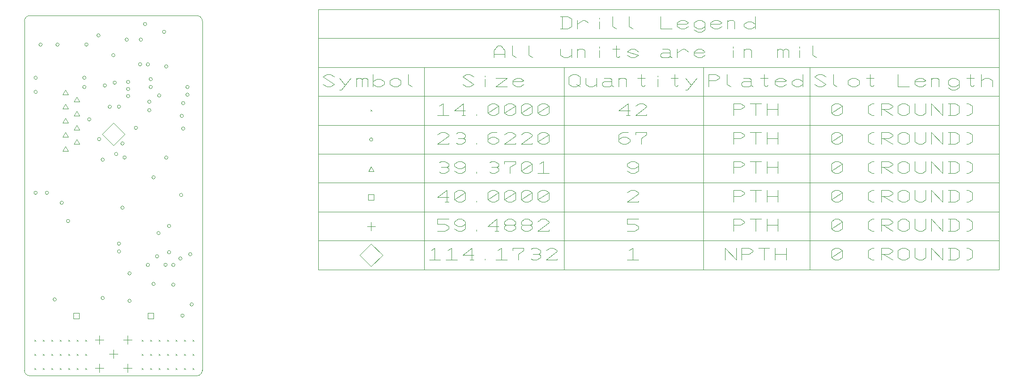
<source format=gbr>
G04 Generated by Ultiboard 14.0 *
%FSLAX24Y24*%
%MOIN*%

%ADD10C,0.0001*%
%ADD11C,0.0039*%
%ADD12C,0.0004*%
%ADD13C,0.0001*%


G04 ColorRGB 000000 for the following layer *
%LNDrill Symbols-Copper Top-Copper Bottom*%
%LPD*%
G54D11*
X-22341Y8450D02*
X-21746Y8450D01*
X-22044Y8153D02*
X-22044Y8747D01*
X-21341Y9450D02*
X-20746Y9450D01*
X-21044Y9153D02*
X-21044Y9747D01*
X-23341Y9450D02*
X-22746Y9450D01*
X-23044Y9153D02*
X-23044Y9747D01*
X-21044Y7153D02*
X-21044Y7747D01*
X-21341Y7450D02*
X-20746Y7450D01*
X-23341Y7450D02*
X-22746Y7450D01*
X-23044Y7153D02*
X-23044Y7747D01*
X-24868Y10950D02*
X-24468Y10950D01*
X-24468Y11350D01*
X-24868Y11350D01*
X-24868Y10950D01*
X-19618Y10950D02*
X-19218Y10950D01*
X-19218Y11350D01*
X-19618Y11350D01*
X-19618Y10950D01*
X-22043Y23193D02*
X-21236Y24000D01*
X-22043Y24807D01*
X-22851Y24000D01*
X-22043Y23193D01*
X-25634Y26803D02*
X-25241Y26803D01*
X-25437Y27139D01*
X-25634Y26803D01*
X-25634Y25803D02*
X-25241Y25803D01*
X-25437Y26139D01*
X-25634Y25803D01*
X-25634Y24803D02*
X-25241Y24803D01*
X-25437Y25139D01*
X-25634Y24803D01*
X-25634Y23803D02*
X-25241Y23803D01*
X-25437Y24139D01*
X-25634Y23803D01*
X-25634Y22803D02*
X-25241Y22803D01*
X-25437Y23139D01*
X-25634Y22803D01*
X-24847Y26303D02*
X-24453Y26303D01*
X-24650Y26639D01*
X-24847Y26303D01*
X-24847Y25303D02*
X-24453Y25303D01*
X-24650Y25639D01*
X-24847Y25303D01*
X-24847Y24303D02*
X-24453Y24303D01*
X-24650Y24639D01*
X-24847Y24303D01*
X-24847Y23303D02*
X-24453Y23303D01*
X-24650Y23639D01*
X-24847Y23303D01*
X-3789Y14631D02*
X-2982Y15438D01*
X-3789Y16245D01*
X-4596Y15438D01*
X-3789Y14631D01*
X450Y15775D02*
X712Y15944D01*
X712Y15100D01*
X319Y15100D02*
X1106Y15100D01*
X1631Y15775D02*
X1893Y15944D01*
X1893Y15100D01*
X1500Y15100D02*
X2287Y15100D01*
X3468Y15438D02*
X2681Y15438D01*
X3337Y15944D01*
X3337Y15100D01*
X3206Y15100D02*
X3468Y15100D01*
X4256Y15100D02*
X4256Y15185D01*
X5174Y15775D02*
X5437Y15944D01*
X5437Y15100D01*
X5043Y15100D02*
X5830Y15100D01*
X6618Y15100D02*
X6618Y15522D01*
X7011Y15775D01*
X7011Y15944D01*
X6224Y15944D01*
X6224Y15775D01*
X7536Y15860D02*
X7668Y15944D01*
X7930Y15944D01*
X8193Y15775D01*
X8193Y15607D01*
X8061Y15522D01*
X8193Y15438D01*
X8193Y15269D01*
X7930Y15100D01*
X7668Y15100D01*
X7536Y15185D01*
X7668Y15522D02*
X8061Y15522D01*
X8586Y15775D02*
X8849Y15944D01*
X9111Y15944D01*
X9374Y15775D01*
X9374Y15691D01*
X8586Y15100D01*
X9374Y15100D01*
X9374Y15185D01*
X14466Y15775D02*
X14728Y15944D01*
X14728Y15100D01*
X14334Y15100D02*
X15122Y15100D01*
X21263Y15100D02*
X21263Y15944D01*
X22051Y15100D01*
X22051Y15944D01*
X22445Y15100D02*
X22445Y15944D01*
X22969Y15944D01*
X23232Y15775D01*
X23232Y15691D01*
X22969Y15522D01*
X22445Y15522D01*
X24019Y15100D02*
X24019Y15944D01*
X23626Y15944D02*
X24413Y15944D01*
X24807Y15100D02*
X24807Y15944D01*
X25594Y15100D02*
X25594Y15944D01*
X24807Y15522D02*
X25594Y15522D01*
X28783Y15775D02*
X29046Y15944D01*
X29308Y15944D01*
X29571Y15775D01*
X29571Y15269D01*
X29308Y15100D01*
X29046Y15100D01*
X28783Y15269D01*
X28783Y15775D01*
X29571Y15775D02*
X28783Y15269D01*
X31802Y15100D02*
X31670Y15100D01*
X31408Y15269D01*
X31408Y15775D01*
X31670Y15944D01*
X31802Y15944D01*
X32326Y15100D02*
X32326Y15944D01*
X32851Y15944D01*
X33114Y15775D01*
X33114Y15691D01*
X32851Y15522D01*
X32326Y15522D01*
X32458Y15522D02*
X33114Y15100D01*
X33508Y15269D02*
X33770Y15100D01*
X34032Y15100D01*
X34295Y15269D01*
X34295Y15775D01*
X34032Y15944D01*
X33770Y15944D01*
X33508Y15775D01*
X33508Y15269D01*
X34689Y15944D02*
X34689Y15269D01*
X34951Y15100D01*
X35214Y15100D01*
X35476Y15269D01*
X35476Y15944D01*
X35870Y15100D02*
X35870Y15944D01*
X36657Y15100D01*
X36657Y15944D01*
X37051Y15100D02*
X37576Y15100D01*
X37838Y15269D01*
X37838Y15775D01*
X37576Y15944D01*
X37051Y15944D01*
X37182Y15944D02*
X37182Y15100D01*
X38363Y15944D02*
X38494Y15944D01*
X38757Y15775D01*
X38757Y15269D01*
X38494Y15100D01*
X38363Y15100D01*
X-3789Y17188D02*
X-3789Y17783D01*
X-4086Y17486D02*
X-3492Y17486D01*
X1697Y17992D02*
X909Y17992D01*
X909Y17654D01*
X1434Y17654D01*
X1697Y17486D01*
X1697Y17317D01*
X1434Y17148D01*
X909Y17148D01*
X2090Y17317D02*
X2353Y17148D01*
X2615Y17148D01*
X2878Y17317D01*
X2878Y17654D01*
X2878Y17823D01*
X2615Y17992D01*
X2353Y17992D01*
X2090Y17823D01*
X2090Y17654D01*
X2353Y17486D01*
X2615Y17486D01*
X2878Y17654D01*
X3665Y17148D02*
X3665Y17232D01*
X5240Y17486D02*
X4452Y17486D01*
X5109Y17992D01*
X5109Y17148D01*
X4977Y17148D02*
X5240Y17148D01*
X6158Y17148D02*
X5896Y17148D01*
X5634Y17317D01*
X5634Y17486D01*
X5765Y17570D01*
X5634Y17654D01*
X5634Y17823D01*
X5896Y17992D01*
X6158Y17992D01*
X6421Y17823D01*
X6421Y17654D01*
X6290Y17570D01*
X6421Y17486D01*
X6421Y17317D01*
X6158Y17148D01*
X5765Y17570D02*
X6290Y17570D01*
X7340Y17148D02*
X7077Y17148D01*
X6815Y17317D01*
X6815Y17486D01*
X6946Y17570D01*
X6815Y17654D01*
X6815Y17823D01*
X7077Y17992D01*
X7340Y17992D01*
X7602Y17823D01*
X7602Y17654D01*
X7471Y17570D01*
X7602Y17486D01*
X7602Y17317D01*
X7340Y17148D01*
X6946Y17570D02*
X7471Y17570D01*
X7996Y17823D02*
X8258Y17992D01*
X8521Y17992D01*
X8783Y17823D01*
X8783Y17739D01*
X7996Y17148D01*
X8783Y17148D01*
X8783Y17232D01*
X15122Y17992D02*
X14334Y17992D01*
X14334Y17654D01*
X14859Y17654D01*
X15122Y17486D01*
X15122Y17317D01*
X14859Y17148D01*
X14334Y17148D01*
X21854Y17148D02*
X21854Y17992D01*
X22379Y17992D01*
X22641Y17823D01*
X22641Y17739D01*
X22379Y17570D01*
X21854Y17570D01*
X23429Y17148D02*
X23429Y17992D01*
X23035Y17992D02*
X23823Y17992D01*
X24216Y17148D02*
X24216Y17992D01*
X25004Y17148D02*
X25004Y17992D01*
X24216Y17570D02*
X25004Y17570D01*
X28783Y17823D02*
X29046Y17992D01*
X29308Y17992D01*
X29571Y17823D01*
X29571Y17317D01*
X29308Y17148D01*
X29046Y17148D01*
X28783Y17317D01*
X28783Y17823D01*
X29571Y17823D02*
X28783Y17317D01*
X31802Y17148D02*
X31670Y17148D01*
X31408Y17317D01*
X31408Y17823D01*
X31670Y17992D01*
X31802Y17992D01*
X32326Y17148D02*
X32326Y17992D01*
X32851Y17992D01*
X33114Y17823D01*
X33114Y17739D01*
X32851Y17570D01*
X32326Y17570D01*
X32458Y17570D02*
X33114Y17148D01*
X33508Y17317D02*
X33770Y17148D01*
X34032Y17148D01*
X34295Y17317D01*
X34295Y17823D01*
X34032Y17992D01*
X33770Y17992D01*
X33508Y17823D01*
X33508Y17317D01*
X34689Y17992D02*
X34689Y17317D01*
X34951Y17148D01*
X35214Y17148D01*
X35476Y17317D01*
X35476Y17992D01*
X35870Y17148D02*
X35870Y17992D01*
X36657Y17148D01*
X36657Y17992D01*
X37051Y17148D02*
X37576Y17148D01*
X37838Y17317D01*
X37838Y17823D01*
X37576Y17992D01*
X37051Y17992D01*
X37182Y17992D02*
X37182Y17148D01*
X38363Y17992D02*
X38494Y17992D01*
X38757Y17823D01*
X38757Y17317D01*
X38494Y17148D01*
X38363Y17148D01*
X-3989Y19333D02*
X-3589Y19333D01*
X-3589Y19733D01*
X-3989Y19733D01*
X-3989Y19333D01*
X1697Y19533D02*
X909Y19533D01*
X1565Y20039D01*
X1565Y19196D01*
X1434Y19196D02*
X1697Y19196D01*
X2090Y19871D02*
X2353Y20039D01*
X2615Y20039D01*
X2878Y19871D01*
X2878Y19365D01*
X2615Y19196D01*
X2353Y19196D01*
X2090Y19365D01*
X2090Y19871D01*
X2878Y19871D02*
X2090Y19365D01*
X3665Y19196D02*
X3665Y19280D01*
X4452Y19871D02*
X4715Y20039D01*
X4977Y20039D01*
X5240Y19871D01*
X5240Y19365D01*
X4977Y19196D01*
X4715Y19196D01*
X4452Y19365D01*
X4452Y19871D01*
X5240Y19871D02*
X4452Y19365D01*
X5634Y19871D02*
X5896Y20039D01*
X6158Y20039D01*
X6421Y19871D01*
X6421Y19365D01*
X6158Y19196D01*
X5896Y19196D01*
X5634Y19365D01*
X5634Y19871D01*
X6421Y19871D02*
X5634Y19365D01*
X6815Y19871D02*
X7077Y20039D01*
X7340Y20039D01*
X7602Y19871D01*
X7602Y19365D01*
X7340Y19196D01*
X7077Y19196D01*
X6815Y19365D01*
X6815Y19871D01*
X7602Y19871D02*
X6815Y19365D01*
X7996Y19871D02*
X8258Y20039D01*
X8521Y20039D01*
X8783Y19871D01*
X8783Y19365D01*
X8521Y19196D01*
X8258Y19196D01*
X7996Y19365D01*
X7996Y19871D01*
X8783Y19871D02*
X7996Y19365D01*
X14334Y19871D02*
X14597Y20039D01*
X14859Y20039D01*
X15122Y19871D01*
X15122Y19786D01*
X14334Y19196D01*
X15122Y19196D01*
X15122Y19280D01*
X21854Y19196D02*
X21854Y20039D01*
X22379Y20039D01*
X22641Y19871D01*
X22641Y19786D01*
X22379Y19618D01*
X21854Y19618D01*
X23429Y19196D02*
X23429Y20039D01*
X23035Y20039D02*
X23823Y20039D01*
X24216Y19196D02*
X24216Y20039D01*
X25004Y19196D02*
X25004Y20039D01*
X24216Y19618D02*
X25004Y19618D01*
X28783Y19871D02*
X29046Y20039D01*
X29308Y20039D01*
X29571Y19871D01*
X29571Y19365D01*
X29308Y19196D01*
X29046Y19196D01*
X28783Y19365D01*
X28783Y19871D01*
X29571Y19871D02*
X28783Y19365D01*
X31802Y19196D02*
X31670Y19196D01*
X31408Y19365D01*
X31408Y19871D01*
X31670Y20039D01*
X31802Y20039D01*
X32326Y19196D02*
X32326Y20039D01*
X32851Y20039D01*
X33114Y19871D01*
X33114Y19786D01*
X32851Y19618D01*
X32326Y19618D01*
X32458Y19618D02*
X33114Y19196D01*
X33508Y19365D02*
X33770Y19196D01*
X34032Y19196D01*
X34295Y19365D01*
X34295Y19871D01*
X34032Y20039D01*
X33770Y20039D01*
X33508Y19871D01*
X33508Y19365D01*
X34689Y20039D02*
X34689Y19365D01*
X34951Y19196D01*
X35214Y19196D01*
X35476Y19365D01*
X35476Y20039D01*
X35870Y19196D02*
X35870Y20039D01*
X36657Y19196D01*
X36657Y20039D01*
X37051Y19196D02*
X37576Y19196D01*
X37838Y19365D01*
X37838Y19871D01*
X37576Y20039D01*
X37051Y20039D01*
X37182Y20039D02*
X37182Y19196D01*
X38363Y20039D02*
X38494Y20039D01*
X38757Y19871D01*
X38757Y19365D01*
X38494Y19196D01*
X38363Y19196D01*
X1040Y22003D02*
X1172Y22087D01*
X1434Y22087D01*
X1697Y21918D01*
X1697Y21750D01*
X1565Y21665D01*
X1697Y21581D01*
X1697Y21412D01*
X1434Y21244D01*
X1172Y21244D01*
X1040Y21328D01*
X1172Y21665D02*
X1565Y21665D01*
X2090Y21412D02*
X2353Y21244D01*
X2615Y21244D01*
X2878Y21412D01*
X2878Y21750D01*
X2878Y21918D01*
X2615Y22087D01*
X2353Y22087D01*
X2090Y21918D01*
X2090Y21750D01*
X2353Y21581D01*
X2615Y21581D01*
X2878Y21750D01*
X3665Y21244D02*
X3665Y21328D01*
X4584Y22003D02*
X4715Y22087D01*
X4977Y22087D01*
X5240Y21918D01*
X5240Y21750D01*
X5109Y21665D01*
X5240Y21581D01*
X5240Y21412D01*
X4977Y21244D01*
X4715Y21244D01*
X4584Y21328D01*
X4715Y21665D02*
X5109Y21665D01*
X6027Y21244D02*
X6027Y21665D01*
X6421Y21918D01*
X6421Y22087D01*
X5634Y22087D01*
X5634Y21918D01*
X6815Y21918D02*
X7077Y22087D01*
X7340Y22087D01*
X7602Y21918D01*
X7602Y21412D01*
X7340Y21244D01*
X7077Y21244D01*
X6815Y21412D01*
X6815Y21918D01*
X7602Y21918D02*
X6815Y21412D01*
X8127Y21918D02*
X8389Y22087D01*
X8389Y21244D01*
X7996Y21244D02*
X8783Y21244D01*
X14334Y21412D02*
X14597Y21244D01*
X14859Y21244D01*
X15122Y21412D01*
X15122Y21750D01*
X15122Y21918D01*
X14859Y22087D01*
X14597Y22087D01*
X14334Y21918D01*
X14334Y21750D01*
X14597Y21581D01*
X14859Y21581D01*
X15122Y21750D01*
X21854Y21244D02*
X21854Y22087D01*
X22379Y22087D01*
X22641Y21918D01*
X22641Y21834D01*
X22379Y21665D01*
X21854Y21665D01*
X23429Y21244D02*
X23429Y22087D01*
X23035Y22087D02*
X23823Y22087D01*
X24216Y21244D02*
X24216Y22087D01*
X25004Y21244D02*
X25004Y22087D01*
X24216Y21665D02*
X25004Y21665D01*
X28783Y21918D02*
X29046Y22087D01*
X29308Y22087D01*
X29571Y21918D01*
X29571Y21412D01*
X29308Y21244D01*
X29046Y21244D01*
X28783Y21412D01*
X28783Y21918D01*
X29571Y21918D02*
X28783Y21412D01*
X31802Y21244D02*
X31670Y21244D01*
X31408Y21412D01*
X31408Y21918D01*
X31670Y22087D01*
X31802Y22087D01*
X32326Y21244D02*
X32326Y22087D01*
X32851Y22087D01*
X33114Y21918D01*
X33114Y21834D01*
X32851Y21665D01*
X32326Y21665D01*
X32458Y21665D02*
X33114Y21244D01*
X33508Y21412D02*
X33770Y21244D01*
X34032Y21244D01*
X34295Y21412D01*
X34295Y21918D01*
X34032Y22087D01*
X33770Y22087D01*
X33508Y21918D01*
X33508Y21412D01*
X34689Y22087D02*
X34689Y21412D01*
X34951Y21244D01*
X35214Y21244D01*
X35476Y21412D01*
X35476Y22087D01*
X35870Y21244D02*
X35870Y22087D01*
X36657Y21244D01*
X36657Y22087D01*
X37051Y21244D02*
X37576Y21244D01*
X37838Y21412D01*
X37838Y21918D01*
X37576Y22087D01*
X37051Y22087D01*
X37182Y22087D02*
X37182Y21244D01*
X38363Y22087D02*
X38494Y22087D01*
X38757Y21918D01*
X38757Y21412D01*
X38494Y21244D01*
X38363Y21244D01*
X-3986Y21384D02*
X-3592Y21384D01*
X-3789Y21720D01*
X-3986Y21384D01*
X909Y23966D02*
X1172Y24135D01*
X1434Y24135D01*
X1697Y23966D01*
X1697Y23882D01*
X909Y23291D01*
X1697Y23291D01*
X1697Y23376D01*
X2221Y24051D02*
X2353Y24135D01*
X2615Y24135D01*
X2878Y23966D01*
X2878Y23797D01*
X2746Y23713D01*
X2878Y23629D01*
X2878Y23460D01*
X2615Y23291D01*
X2353Y23291D01*
X2221Y23376D01*
X2353Y23713D02*
X2746Y23713D01*
X3665Y23291D02*
X3665Y23376D01*
X5109Y24135D02*
X4715Y24135D01*
X4452Y23966D01*
X4452Y23629D01*
X4452Y23460D01*
X4715Y23291D01*
X4977Y23291D01*
X5240Y23460D01*
X5240Y23629D01*
X4977Y23797D01*
X4715Y23797D01*
X4452Y23629D01*
X5634Y23966D02*
X5896Y24135D01*
X6158Y24135D01*
X6421Y23966D01*
X6421Y23882D01*
X5634Y23291D01*
X6421Y23291D01*
X6421Y23376D01*
X6815Y23966D02*
X7077Y24135D01*
X7340Y24135D01*
X7602Y23966D01*
X7602Y23882D01*
X6815Y23291D01*
X7602Y23291D01*
X7602Y23376D01*
X7996Y23966D02*
X8258Y24135D01*
X8521Y24135D01*
X8783Y23966D01*
X8783Y23460D01*
X8521Y23291D01*
X8258Y23291D01*
X7996Y23460D01*
X7996Y23966D01*
X8783Y23966D02*
X7996Y23460D01*
X14400Y24135D02*
X14006Y24135D01*
X13744Y23966D01*
X13744Y23629D01*
X13744Y23460D01*
X14006Y23291D01*
X14269Y23291D01*
X14531Y23460D01*
X14531Y23629D01*
X14269Y23797D01*
X14006Y23797D01*
X13744Y23629D01*
X15319Y23291D02*
X15319Y23713D01*
X15712Y23966D01*
X15712Y24135D01*
X14925Y24135D01*
X14925Y23966D01*
X21854Y23291D02*
X21854Y24135D01*
X22379Y24135D01*
X22641Y23966D01*
X22641Y23882D01*
X22379Y23713D01*
X21854Y23713D01*
X23429Y23291D02*
X23429Y24135D01*
X23035Y24135D02*
X23823Y24135D01*
X24216Y23291D02*
X24216Y24135D01*
X25004Y23291D02*
X25004Y24135D01*
X24216Y23713D02*
X25004Y23713D01*
X28783Y23966D02*
X29046Y24135D01*
X29308Y24135D01*
X29571Y23966D01*
X29571Y23460D01*
X29308Y23291D01*
X29046Y23291D01*
X28783Y23460D01*
X28783Y23966D01*
X29571Y23966D02*
X28783Y23460D01*
X31802Y23291D02*
X31670Y23291D01*
X31408Y23460D01*
X31408Y23966D01*
X31670Y24135D01*
X31802Y24135D01*
X32326Y23291D02*
X32326Y24135D01*
X32851Y24135D01*
X33114Y23966D01*
X33114Y23882D01*
X32851Y23713D01*
X32326Y23713D01*
X32458Y23713D02*
X33114Y23291D01*
X33508Y23460D02*
X33770Y23291D01*
X34032Y23291D01*
X34295Y23460D01*
X34295Y23966D01*
X34032Y24135D01*
X33770Y24135D01*
X33508Y23966D01*
X33508Y23460D01*
X34689Y24135D02*
X34689Y23460D01*
X34951Y23291D01*
X35214Y23291D01*
X35476Y23460D01*
X35476Y24135D01*
X35870Y23291D02*
X35870Y24135D01*
X36657Y23291D01*
X36657Y24135D01*
X37051Y23291D02*
X37576Y23291D01*
X37838Y23460D01*
X37838Y23966D01*
X37576Y24135D01*
X37051Y24135D01*
X37182Y24135D02*
X37182Y23291D01*
X38363Y24135D02*
X38494Y24135D01*
X38757Y23966D01*
X38757Y23460D01*
X38494Y23291D01*
X38363Y23291D01*
X1040Y26014D02*
X1303Y26183D01*
X1303Y25339D01*
X909Y25339D02*
X1697Y25339D01*
X2878Y25676D02*
X2090Y25676D01*
X2746Y26183D01*
X2746Y25339D01*
X2615Y25339D02*
X2878Y25339D01*
X3665Y25339D02*
X3665Y25423D01*
X4452Y26014D02*
X4715Y26183D01*
X4977Y26183D01*
X5240Y26014D01*
X5240Y25508D01*
X4977Y25339D01*
X4715Y25339D01*
X4452Y25508D01*
X4452Y26014D01*
X5240Y26014D02*
X4452Y25508D01*
X5634Y26014D02*
X5896Y26183D01*
X6158Y26183D01*
X6421Y26014D01*
X6421Y25508D01*
X6158Y25339D01*
X5896Y25339D01*
X5634Y25508D01*
X5634Y26014D01*
X6421Y26014D02*
X5634Y25508D01*
X6815Y26014D02*
X7077Y26183D01*
X7340Y26183D01*
X7602Y26014D01*
X7602Y25508D01*
X7340Y25339D01*
X7077Y25339D01*
X6815Y25508D01*
X6815Y26014D01*
X7602Y26014D02*
X6815Y25508D01*
X7996Y26014D02*
X8258Y26183D01*
X8521Y26183D01*
X8783Y26014D01*
X8783Y25508D01*
X8521Y25339D01*
X8258Y25339D01*
X7996Y25508D01*
X7996Y26014D01*
X8783Y26014D02*
X7996Y25508D01*
X14531Y25676D02*
X13744Y25676D01*
X14400Y26183D01*
X14400Y25339D01*
X14269Y25339D02*
X14531Y25339D01*
X14925Y26014D02*
X15187Y26183D01*
X15450Y26183D01*
X15712Y26014D01*
X15712Y25930D01*
X14925Y25339D01*
X15712Y25339D01*
X15712Y25423D01*
X21854Y25339D02*
X21854Y26183D01*
X22379Y26183D01*
X22641Y26014D01*
X22641Y25930D01*
X22379Y25761D01*
X21854Y25761D01*
X23429Y25339D02*
X23429Y26183D01*
X23035Y26183D02*
X23823Y26183D01*
X24216Y25339D02*
X24216Y26183D01*
X25004Y25339D02*
X25004Y26183D01*
X24216Y25761D02*
X25004Y25761D01*
X28783Y26014D02*
X29046Y26183D01*
X29308Y26183D01*
X29571Y26014D01*
X29571Y25508D01*
X29308Y25339D01*
X29046Y25339D01*
X28783Y25508D01*
X28783Y26014D01*
X29571Y26014D02*
X28783Y25508D01*
X31802Y25339D02*
X31670Y25339D01*
X31408Y25508D01*
X31408Y26014D01*
X31670Y26183D01*
X31802Y26183D01*
X32326Y25339D02*
X32326Y26183D01*
X32851Y26183D01*
X33114Y26014D01*
X33114Y25930D01*
X32851Y25761D01*
X32326Y25761D01*
X32458Y25761D02*
X33114Y25339D01*
X33508Y25508D02*
X33770Y25339D01*
X34032Y25339D01*
X34295Y25508D01*
X34295Y26014D01*
X34032Y26183D01*
X33770Y26183D01*
X33508Y26014D01*
X33508Y25508D01*
X34689Y26183D02*
X34689Y25508D01*
X34951Y25339D01*
X35214Y25339D01*
X35476Y25508D01*
X35476Y26183D01*
X35870Y25339D02*
X35870Y26183D01*
X36657Y25339D01*
X36657Y26183D01*
X37051Y25339D02*
X37576Y25339D01*
X37838Y25508D01*
X37838Y26014D01*
X37576Y26183D01*
X37051Y26183D01*
X37182Y26183D02*
X37182Y25339D01*
X38363Y26183D02*
X38494Y26183D01*
X38757Y26014D01*
X38757Y25508D01*
X38494Y25339D01*
X38363Y25339D01*
G54D12*
X-18249Y7449D02*
X-18151Y7351D01*
X-18249Y7351D02*
X-18151Y7449D01*
X-18249Y8449D02*
X-18151Y8351D01*
X-18249Y8351D02*
X-18151Y8449D01*
X-20049Y9449D02*
X-19951Y9351D01*
X-20049Y9351D02*
X-19951Y9449D01*
X-19449Y9449D02*
X-19351Y9351D01*
X-19449Y9351D02*
X-19351Y9449D01*
X-18849Y9351D02*
X-18751Y9449D01*
X-18849Y9449D02*
X-18751Y9351D01*
X-18249Y9351D02*
X-18151Y9449D01*
X-18249Y9449D02*
X-18151Y9351D01*
X-17649Y9449D02*
X-17551Y9351D01*
X-17649Y9351D02*
X-17551Y9449D01*
X-17049Y9449D02*
X-16951Y9351D01*
X-17049Y9351D02*
X-16951Y9449D01*
X-16449Y9351D02*
X-16351Y9449D01*
X-16449Y9449D02*
X-16351Y9351D01*
X-20049Y8449D02*
X-19951Y8351D01*
X-20049Y8351D02*
X-19951Y8449D01*
X-19449Y8351D02*
X-19351Y8449D01*
X-19449Y8449D02*
X-19351Y8351D01*
X-18849Y8449D02*
X-18751Y8351D01*
X-18849Y8351D02*
X-18751Y8449D01*
X-17049Y8351D02*
X-16951Y8449D01*
X-17049Y8449D02*
X-16951Y8351D01*
X-17649Y8351D02*
X-17551Y8449D01*
X-17649Y8449D02*
X-17551Y8351D01*
X-16449Y8449D02*
X-16351Y8351D01*
X-16449Y8351D02*
X-16351Y8449D01*
X-20049Y7351D02*
X-19951Y7449D01*
X-20049Y7449D02*
X-19951Y7351D01*
X-19449Y7351D02*
X-19351Y7449D01*
X-19449Y7449D02*
X-19351Y7351D01*
X-18849Y7351D02*
X-18751Y7449D01*
X-18849Y7449D02*
X-18751Y7351D01*
X-16449Y7449D02*
X-16351Y7351D01*
X-16449Y7351D02*
X-16351Y7449D01*
X-17049Y7351D02*
X-16951Y7449D01*
X-17049Y7449D02*
X-16951Y7351D01*
X-17649Y7351D02*
X-17551Y7449D01*
X-17649Y7449D02*
X-17551Y7351D01*
X-24049Y7351D02*
X-23951Y7449D01*
X-24049Y7449D02*
X-23951Y7351D01*
X-24649Y7449D02*
X-24551Y7351D01*
X-24649Y7351D02*
X-24551Y7449D01*
X-25249Y7449D02*
X-25151Y7351D01*
X-25249Y7351D02*
X-25151Y7449D01*
X-25849Y7351D02*
X-25751Y7449D01*
X-25849Y7449D02*
X-25751Y7351D01*
X-26449Y7351D02*
X-26351Y7449D01*
X-26449Y7449D02*
X-26351Y7351D01*
X-27049Y7351D02*
X-26951Y7449D01*
X-27049Y7449D02*
X-26951Y7351D01*
X-27649Y7351D02*
X-27551Y7449D01*
X-27649Y7449D02*
X-27551Y7351D01*
X-24049Y8351D02*
X-23951Y8449D01*
X-24049Y8449D02*
X-23951Y8351D01*
X-24649Y8351D02*
X-24551Y8449D01*
X-24649Y8449D02*
X-24551Y8351D01*
X-24049Y9449D02*
X-23951Y9351D01*
X-24049Y9351D02*
X-23951Y9449D01*
X-24649Y9351D02*
X-24551Y9449D01*
X-24649Y9449D02*
X-24551Y9351D01*
X-25249Y9449D02*
X-25151Y9351D01*
X-25249Y9351D02*
X-25151Y9449D01*
X-27649Y9351D02*
X-27551Y9449D01*
X-27649Y9449D02*
X-27551Y9351D01*
X-27649Y8449D02*
X-27551Y8351D01*
X-27649Y8351D02*
X-27551Y8449D01*
X-25368Y17850D02*
G75*
D01*
G02X-25368Y17850I118J0*
G01*
X-25818Y19150D02*
G75*
D01*
G02X-25818Y19150I118J0*
G01*
X-21118Y27200D02*
G75*
D01*
G02X-21118Y27200I118J0*
G01*
X-21118Y27700D02*
G75*
D01*
G02X-21118Y27700I118J0*
G01*
X-24218Y27350D02*
G75*
D01*
G02X-24218Y27350I118J0*
G01*
X-25249Y8351D02*
X-25151Y8449D01*
X-25249Y8449D02*
X-25151Y8351D01*
X-25849Y8449D02*
X-25751Y8351D01*
X-25849Y8351D02*
X-25751Y8449D01*
X-26449Y8449D02*
X-26351Y8351D01*
X-26449Y8351D02*
X-26351Y8449D01*
X-27049Y8351D02*
X-26951Y8449D01*
X-27049Y8449D02*
X-26951Y8351D01*
X-27049Y9351D02*
X-26951Y9449D01*
X-27049Y9449D02*
X-26951Y9351D01*
X-26449Y9351D02*
X-26351Y9449D01*
X-26449Y9449D02*
X-26351Y9351D01*
X-25849Y9449D02*
X-25751Y9351D01*
X-25849Y9351D02*
X-25751Y9449D01*
X-19718Y14750D02*
G75*
D01*
G02X-19718Y14750I118J0*
G01*
X-22918Y22200D02*
G75*
D01*
G02X-22918Y22200I118J0*
G01*
X-18218Y17500D02*
G75*
D01*
G02X-18218Y17500I118J0*
G01*
X-21218Y30700D02*
G75*
D01*
G02X-21218Y30700I118J0*
G01*
X-20218Y30700D02*
G75*
D01*
G02X-20218Y30700I118J0*
G01*
X-17418Y15200D02*
G75*
D01*
G02X-17418Y15200I118J0*
G01*
X-17368Y19700D02*
G75*
D01*
G02X-17368Y19700I118J0*
G01*
X-26118Y30350D02*
G75*
D01*
G02X-26118Y30350I118J0*
G01*
X-27318Y30350D02*
G75*
D01*
G02X-27318Y30350I118J0*
G01*
X-27668Y28000D02*
G75*
D01*
G02X-27668Y28000I118J0*
G01*
X-27668Y27000D02*
G75*
D01*
G02X-27668Y27000I118J0*
G01*
X-22168Y29600D02*
G75*
D01*
G02X-22168Y29600I118J0*
G01*
X-23218Y31000D02*
G75*
D01*
G02X-23218Y31000I118J0*
G01*
X-24218Y28000D02*
G75*
D01*
G02X-24218Y28000I118J0*
G01*
X-17918Y14750D02*
G75*
D01*
G02X-17918Y14750I118J0*
G01*
X-18468Y14750D02*
G75*
D01*
G02X-18468Y14750I118J0*
G01*
X-22068Y27650D02*
G75*
D01*
G02X-22068Y27650I118J0*
G01*
X-22418Y25950D02*
G75*
D01*
G02X-22418Y25950I118J0*
G01*
X-21768Y25950D02*
G75*
D01*
G02X-21768Y25950I118J0*
G01*
X-17218Y24400D02*
G75*
D01*
G02X-17218Y24400I118J0*
G01*
X-18418Y22350D02*
G75*
D01*
G02X-18418Y22350I118J0*
G01*
X-19068Y15350D02*
G75*
D01*
G02X-19068Y15350I118J0*
G01*
X-16718Y15500D02*
G75*
D01*
G02X-16718Y15500I118J0*
G01*
X-23168Y23650D02*
G75*
D01*
G02X-23168Y23650I118J0*
G01*
X-27668Y19850D02*
G75*
D01*
G02X-27668Y19850I118J0*
G01*
X-21018Y12200D02*
G75*
D01*
G02X-21018Y12200I118J0*
G01*
X-21368Y22350D02*
G75*
D01*
G02X-21368Y22350I118J0*
G01*
X-19718Y28950D02*
G75*
D01*
G02X-19718Y28950I118J0*
G01*
X-24068Y30350D02*
G75*
D01*
G02X-24068Y30350I118J0*
G01*
X-23868Y25050D02*
G75*
D01*
G02X-23868Y25050I118J0*
G01*
X-18918Y26750D02*
G75*
D01*
G02X-18918Y26750I118J0*
G01*
X-19918Y31800D02*
G75*
D01*
G02X-19918Y31800I118J0*
G01*
X-18568Y31250D02*
G75*
D01*
G02X-18568Y31250I118J0*
G01*
X-26318Y12300D02*
G75*
D01*
G02X-26318Y12300I118J0*
G01*
X-22918Y12400D02*
G75*
D01*
G02X-22918Y12400I118J0*
G01*
X-16618Y11950D02*
G75*
D01*
G02X-16618Y11950I118J0*
G01*
X-17918Y13350D02*
G75*
D01*
G02X-17918Y13350I118J0*
G01*
X-21768Y16250D02*
G75*
D01*
G02X-21768Y16250I118J0*
G01*
X-19318Y13400D02*
G75*
D01*
G02X-19318Y13400I118J0*
G01*
X-17268Y11150D02*
G75*
D01*
G02X-17268Y11150I118J0*
G01*
X-21518Y23350D02*
G75*
D01*
G02X-21518Y23350I118J0*
G01*
X-21018Y14150D02*
G75*
D01*
G02X-21018Y14150I118J0*
G01*
X-19618Y25700D02*
G75*
D01*
G02X-19618Y25700I118J0*
G01*
X-18218Y15650D02*
G75*
D01*
G02X-18218Y15650I118J0*
G01*
X-20568Y24450D02*
G75*
D01*
G02X-20568Y24450I118J0*
G01*
X-19518Y27350D02*
G75*
D01*
G02X-19518Y27350I118J0*
G01*
X-16918Y27350D02*
G75*
D01*
G02X-16918Y27350I118J0*
G01*
X-19518Y27900D02*
G75*
D01*
G02X-19518Y27900I118J0*
G01*
X-18418Y28800D02*
G75*
D01*
G02X-18418Y28800I118J0*
G01*
X-21118Y26700D02*
G75*
D01*
G02X-21118Y26700I118J0*
G01*
X-20268Y28950D02*
G75*
D01*
G02X-20268Y28950I118J0*
G01*
X-17318Y25300D02*
G75*
D01*
G02X-17318Y25300I118J0*
G01*
X-18968Y17000D02*
G75*
D01*
G02X-18968Y17000I118J0*
G01*
X-19618Y26300D02*
G75*
D01*
G02X-19618Y26300I118J0*
G01*
X-22768Y27450D02*
G75*
D01*
G02X-22768Y27450I118J0*
G01*
X-26868Y19850D02*
G75*
D01*
G02X-26868Y19850I118J0*
G01*
X-21968Y22600D02*
G75*
D01*
G02X-21968Y22600I118J0*
G01*
X-19318Y20950D02*
G75*
D01*
G02X-19318Y20950I118J0*
G01*
X-16918Y26800D02*
G75*
D01*
G02X-16918Y26800I118J0*
G01*
X-21518Y18800D02*
G75*
D01*
G02X-21518Y18800I118J0*
G01*
X-21768Y15700D02*
G75*
D01*
G02X-21768Y15700I118J0*
G01*
X-17218Y26200D02*
G75*
D01*
G02X-17218Y26200I118J0*
G01*
X-3907Y23629D02*
G75*
D01*
G02X-3907Y23629I118J0*
G01*
X-3839Y25726D02*
X-3740Y25627D01*
X-3839Y25627D02*
X-3740Y25726D01*
G04 ColorRGB 00FFFF for the following layer *
%LNBoard Outline*%
%LPD*%
G54D10*
G54D13*
X-28343Y32008D02*
X-28343Y7283D01*
G75*
D01*
G03X-27949Y6890I394J1*
G01*
X-16138Y6890D01*
G75*
D01*
G03X-15745Y7283I0J393*
G01*
X-15745Y32008D01*
G74*
D01*
G03X-16138Y32401I393J0*
G01*
X-27949Y32401D01*
G75*
D01*
G03X-28343Y32008I-1J-393*
G01*
G04 ColorRGB 66FFCC for the following layer *
%LNLegend Description*%
%LPD*%
G54D11*
X-7549Y14414D02*
X40679Y14414D01*
X40679Y32844D01*
X-7549Y32844D01*
X-7549Y14414D01*
X-29Y28748D02*
X-29Y14414D01*
X9853Y28748D02*
X9853Y14414D01*
X19735Y28748D02*
X19735Y14414D01*
X27254Y28748D02*
X27254Y14414D01*
X40679Y28748D02*
X40679Y14414D01*
X-7549Y16462D02*
X40679Y16462D01*
X-7549Y18509D02*
X40679Y18509D01*
X-7549Y20557D02*
X40679Y20557D01*
X-7549Y22605D02*
X40679Y22605D01*
X-7549Y24653D02*
X40679Y24653D01*
X-7549Y26700D02*
X40679Y26700D01*
X-7201Y27555D02*
X-6939Y27387D01*
X-6676Y27387D01*
X-6414Y27555D01*
X-7201Y28062D01*
X-6939Y28230D01*
X-6676Y28230D01*
X-6414Y28062D01*
X-6020Y27134D02*
X-5889Y27134D01*
X-5233Y27977D01*
X-6020Y27977D02*
X-5626Y27471D01*
X-4839Y27387D02*
X-4839Y27893D01*
X-4839Y27977D01*
X-4839Y27893D02*
X-4708Y27977D01*
X-4576Y27977D01*
X-4445Y27893D01*
X-4314Y27977D01*
X-4183Y27977D01*
X-4052Y27893D01*
X-4052Y27387D01*
X-4445Y27893D02*
X-4445Y27387D01*
X-3658Y27555D02*
X-3395Y27387D01*
X-3133Y27387D01*
X-2870Y27555D01*
X-2870Y27724D01*
X-3133Y27893D01*
X-3395Y27893D01*
X-3658Y27724D01*
X-3658Y28230D02*
X-3658Y27387D01*
X-2477Y27555D02*
X-2214Y27387D01*
X-1952Y27387D01*
X-1689Y27555D01*
X-1689Y27809D01*
X-1952Y27977D01*
X-2214Y27977D01*
X-2477Y27809D01*
X-2477Y27555D01*
X-1164Y28230D02*
X-1164Y27555D01*
X-902Y27387D01*
X2681Y27555D02*
X2943Y27387D01*
X3206Y27387D01*
X3468Y27555D01*
X2681Y28062D01*
X2943Y28230D01*
X3206Y28230D01*
X3468Y28062D01*
X4256Y27387D02*
X4256Y27893D01*
X4256Y28062D02*
X4256Y28146D01*
X5043Y27977D02*
X5830Y27977D01*
X5043Y27387D01*
X5830Y27387D01*
X7011Y27555D02*
X6749Y27387D01*
X6487Y27387D01*
X6224Y27555D01*
X6224Y27809D01*
X6487Y27977D01*
X6749Y27977D01*
X7011Y27809D01*
X6880Y27724D01*
X6224Y27724D01*
X10200Y27555D02*
X10463Y27387D01*
X10725Y27387D01*
X10988Y27555D01*
X10988Y28062D01*
X10725Y28230D01*
X10463Y28230D01*
X10200Y28062D01*
X10200Y27555D01*
X10725Y27555D02*
X10988Y27387D01*
X11382Y27977D02*
X11382Y27555D01*
X11644Y27387D01*
X11906Y27387D01*
X12169Y27555D01*
X12169Y27977D01*
X12169Y27555D02*
X12169Y27387D01*
X12694Y27977D02*
X13088Y27977D01*
X13219Y27893D01*
X13219Y27471D01*
X13088Y27387D01*
X12694Y27387D01*
X12563Y27471D01*
X12563Y27640D01*
X12694Y27724D01*
X13219Y27724D01*
X13219Y27471D02*
X13350Y27387D01*
X13744Y27387D02*
X13744Y27893D01*
X13744Y27977D01*
X13744Y27893D02*
X13875Y27977D01*
X14137Y27977D01*
X14269Y27893D01*
X14269Y27387D01*
X15581Y27471D02*
X15450Y27387D01*
X15319Y27471D01*
X15319Y28230D01*
X15056Y27977D02*
X15581Y27977D01*
X16500Y27387D02*
X16500Y27893D01*
X16500Y28062D02*
X16500Y28146D01*
X17943Y27471D02*
X17812Y27387D01*
X17681Y27471D01*
X17681Y28230D01*
X17418Y27977D02*
X17943Y27977D01*
X18468Y27134D02*
X18599Y27134D01*
X19256Y27977D01*
X18468Y27977D02*
X18862Y27471D01*
X20082Y27387D02*
X20082Y28230D01*
X20607Y28230D01*
X20870Y28062D01*
X20870Y27977D01*
X20607Y27809D01*
X20082Y27809D01*
X21395Y28230D02*
X21395Y27555D01*
X21657Y27387D01*
X22576Y27977D02*
X22969Y27977D01*
X23101Y27893D01*
X23101Y27471D01*
X22969Y27387D01*
X22576Y27387D01*
X22445Y27471D01*
X22445Y27640D01*
X22576Y27724D01*
X23101Y27724D01*
X23101Y27471D02*
X23232Y27387D01*
X24282Y27471D02*
X24151Y27387D01*
X24019Y27471D01*
X24019Y28230D01*
X23757Y27977D02*
X24282Y27977D01*
X25594Y27555D02*
X25332Y27387D01*
X25069Y27387D01*
X24807Y27555D01*
X24807Y27809D01*
X25069Y27977D01*
X25332Y27977D01*
X25594Y27809D01*
X25463Y27724D01*
X24807Y27724D01*
X26775Y27555D02*
X26513Y27387D01*
X26250Y27387D01*
X25988Y27555D01*
X25988Y27724D01*
X26250Y27893D01*
X26513Y27893D01*
X26775Y27724D01*
X26775Y28230D02*
X26775Y27387D01*
X27602Y27555D02*
X27865Y27387D01*
X28127Y27387D01*
X28389Y27555D01*
X27602Y28062D01*
X27865Y28230D01*
X28127Y28230D01*
X28389Y28062D01*
X28914Y28230D02*
X28914Y27555D01*
X29177Y27387D01*
X29964Y27555D02*
X30227Y27387D01*
X30489Y27387D01*
X30752Y27555D01*
X30752Y27809D01*
X30489Y27977D01*
X30227Y27977D01*
X29964Y27809D01*
X29964Y27555D01*
X31802Y27471D02*
X31670Y27387D01*
X31539Y27471D01*
X31539Y28230D01*
X31277Y27977D02*
X31802Y27977D01*
X33508Y28230D02*
X33508Y27387D01*
X34295Y27387D01*
X35476Y27555D02*
X35214Y27387D01*
X34951Y27387D01*
X34689Y27555D01*
X34689Y27809D01*
X34951Y27977D01*
X35214Y27977D01*
X35476Y27809D01*
X35345Y27724D01*
X34689Y27724D01*
X35870Y27387D02*
X35870Y27893D01*
X35870Y27977D01*
X35870Y27893D02*
X36001Y27977D01*
X36263Y27977D01*
X36395Y27893D01*
X36395Y27387D01*
X37051Y27302D02*
X37313Y27134D01*
X37576Y27134D01*
X37838Y27302D01*
X37838Y27555D01*
X37838Y27809D01*
X37576Y27977D01*
X37313Y27977D01*
X37051Y27809D01*
X37051Y27555D01*
X37313Y27387D01*
X37576Y27387D01*
X37838Y27555D01*
X38888Y27471D02*
X38757Y27387D01*
X38626Y27471D01*
X38626Y28230D01*
X38363Y27977D02*
X38888Y27977D01*
X39413Y27809D02*
X39676Y27977D01*
X39938Y27977D01*
X40200Y27809D01*
X40200Y27387D01*
X39413Y28230D02*
X39413Y27387D01*
X-7549Y28748D02*
X40679Y28748D01*
X4885Y29434D02*
X4885Y29941D01*
X5148Y30278D01*
X5410Y30278D01*
X5673Y29941D01*
X5673Y29434D01*
X4885Y29688D02*
X5673Y29688D01*
X6198Y30278D02*
X6198Y29603D01*
X6460Y29434D01*
X7379Y30278D02*
X7379Y29603D01*
X7641Y29434D01*
X9610Y30025D02*
X9610Y29603D01*
X9872Y29434D01*
X10135Y29434D01*
X10397Y29603D01*
X10397Y30025D01*
X10397Y29603D02*
X10397Y29434D01*
X10791Y29434D02*
X10791Y29941D01*
X10791Y30025D01*
X10791Y29941D02*
X10922Y30025D01*
X11185Y30025D01*
X11316Y29941D01*
X11316Y29434D01*
X12366Y29434D02*
X12366Y29941D01*
X12366Y30109D02*
X12366Y30194D01*
X13809Y29519D02*
X13678Y29434D01*
X13547Y29519D01*
X13547Y30278D01*
X13284Y30025D02*
X13809Y30025D01*
X14334Y29603D02*
X14597Y29434D01*
X14859Y29434D01*
X15122Y29603D01*
X14334Y29856D01*
X14597Y30025D01*
X14859Y30025D01*
X15122Y29856D01*
X16828Y30025D02*
X17221Y30025D01*
X17353Y29941D01*
X17353Y29519D01*
X17221Y29434D01*
X16828Y29434D01*
X16697Y29519D01*
X16697Y29688D01*
X16828Y29772D01*
X17353Y29772D01*
X17353Y29519D02*
X17484Y29434D01*
X17878Y29772D02*
X18271Y30025D01*
X18403Y30025D01*
X18665Y29856D01*
X17878Y29434D02*
X17878Y30025D01*
X19846Y29603D02*
X19584Y29434D01*
X19321Y29434D01*
X19059Y29603D01*
X19059Y29856D01*
X19321Y30025D01*
X19584Y30025D01*
X19846Y29856D01*
X19715Y29772D01*
X19059Y29772D01*
X21815Y29434D02*
X21815Y29941D01*
X21815Y30109D02*
X21815Y30194D01*
X22602Y29434D02*
X22602Y29941D01*
X22602Y30025D01*
X22602Y29941D02*
X22733Y30025D01*
X22996Y30025D01*
X23127Y29941D01*
X23127Y29434D01*
X24964Y29434D02*
X24964Y29941D01*
X24964Y30025D01*
X24964Y29941D02*
X25095Y30025D01*
X25227Y30025D01*
X25358Y29941D01*
X25489Y30025D01*
X25620Y30025D01*
X25752Y29941D01*
X25752Y29434D01*
X25358Y29941D02*
X25358Y29434D01*
X26539Y29434D02*
X26539Y29941D01*
X26539Y30109D02*
X26539Y30194D01*
X27458Y30278D02*
X27458Y29603D01*
X27720Y29434D01*
X-7549Y30796D02*
X40679Y30796D01*
X9610Y31482D02*
X10135Y31482D01*
X10397Y31651D01*
X10397Y32157D01*
X10135Y32326D01*
X9610Y32326D01*
X9741Y32326D02*
X9741Y31482D01*
X10791Y31820D02*
X11185Y32073D01*
X11316Y32073D01*
X11578Y31904D01*
X10791Y31482D02*
X10791Y32073D01*
X12366Y31482D02*
X12366Y31988D01*
X12366Y32157D02*
X12366Y32241D01*
X13284Y32326D02*
X13284Y31651D01*
X13547Y31482D01*
X14466Y32326D02*
X14466Y31651D01*
X14728Y31482D01*
X16697Y32326D02*
X16697Y31482D01*
X17484Y31482D01*
X18665Y31651D02*
X18403Y31482D01*
X18140Y31482D01*
X17878Y31651D01*
X17878Y31904D01*
X18140Y32073D01*
X18403Y32073D01*
X18665Y31904D01*
X18534Y31820D01*
X17878Y31820D01*
X19059Y31398D02*
X19321Y31229D01*
X19584Y31229D01*
X19846Y31398D01*
X19846Y31651D01*
X19846Y31904D01*
X19584Y32073D01*
X19321Y32073D01*
X19059Y31904D01*
X19059Y31651D01*
X19321Y31482D01*
X19584Y31482D01*
X19846Y31651D01*
X21027Y31651D02*
X20765Y31482D01*
X20502Y31482D01*
X20240Y31651D01*
X20240Y31904D01*
X20502Y32073D01*
X20765Y32073D01*
X21027Y31904D01*
X20896Y31820D01*
X20240Y31820D01*
X21421Y31482D02*
X21421Y31988D01*
X21421Y32073D01*
X21421Y31988D02*
X21552Y32073D01*
X21815Y32073D01*
X21946Y31988D01*
X21946Y31482D01*
X23389Y31651D02*
X23127Y31482D01*
X22865Y31482D01*
X22602Y31651D01*
X22602Y31820D01*
X22865Y31988D01*
X23127Y31988D01*
X23389Y31820D01*
X23389Y32326D02*
X23389Y31482D01*

M02*

</source>
